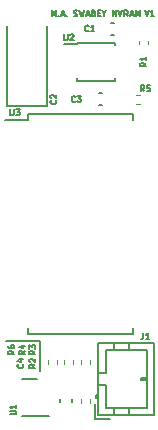
<source format=gbr>
%TF.GenerationSoftware,KiCad,Pcbnew,(6.0.8)*%
%TF.CreationDate,2022-10-28T11:52:04-04:00*%
%TF.ProjectId,HP3457A_NVSRAM_MOD,48503334-3537-4415-9f4e-565352414d5f,rev?*%
%TF.SameCoordinates,Original*%
%TF.FileFunction,Legend,Top*%
%TF.FilePolarity,Positive*%
%FSLAX46Y46*%
G04 Gerber Fmt 4.6, Leading zero omitted, Abs format (unit mm)*
G04 Created by KiCad (PCBNEW (6.0.8)) date 2022-10-28 11:52:04*
%MOMM*%
%LPD*%
G01*
G04 APERTURE LIST*
%ADD10C,0.127000*%
%ADD11C,0.120000*%
G04 APERTURE END LIST*
D10*
X115951000Y-88138000D02*
X115951000Y-85598000D01*
X115951000Y-85598000D02*
X113030000Y-85598000D01*
X116936761Y-58141809D02*
X116936761Y-57633809D01*
X117106095Y-57996666D01*
X117275428Y-57633809D01*
X117275428Y-58141809D01*
X117517333Y-58093428D02*
X117541523Y-58117619D01*
X117517333Y-58141809D01*
X117493142Y-58117619D01*
X117517333Y-58093428D01*
X117517333Y-58141809D01*
X117735047Y-57996666D02*
X117976952Y-57996666D01*
X117686666Y-58141809D02*
X117856000Y-57633809D01*
X118025333Y-58141809D01*
X118194666Y-58093428D02*
X118218857Y-58117619D01*
X118194666Y-58141809D01*
X118170476Y-58117619D01*
X118194666Y-58093428D01*
X118194666Y-58141809D01*
X118799428Y-58117619D02*
X118872000Y-58141809D01*
X118992952Y-58141809D01*
X119041333Y-58117619D01*
X119065523Y-58093428D01*
X119089714Y-58045047D01*
X119089714Y-57996666D01*
X119065523Y-57948285D01*
X119041333Y-57924095D01*
X118992952Y-57899904D01*
X118896190Y-57875714D01*
X118847809Y-57851523D01*
X118823619Y-57827333D01*
X118799428Y-57778952D01*
X118799428Y-57730571D01*
X118823619Y-57682190D01*
X118847809Y-57658000D01*
X118896190Y-57633809D01*
X119017142Y-57633809D01*
X119089714Y-57658000D01*
X119259047Y-57633809D02*
X119380000Y-58141809D01*
X119476761Y-57778952D01*
X119573523Y-58141809D01*
X119694476Y-57633809D01*
X119863809Y-57996666D02*
X120105714Y-57996666D01*
X119815428Y-58141809D02*
X119984761Y-57633809D01*
X120154095Y-58141809D01*
X120492761Y-57875714D02*
X120565333Y-57899904D01*
X120589523Y-57924095D01*
X120613714Y-57972476D01*
X120613714Y-58045047D01*
X120589523Y-58093428D01*
X120565333Y-58117619D01*
X120516952Y-58141809D01*
X120323428Y-58141809D01*
X120323428Y-57633809D01*
X120492761Y-57633809D01*
X120541142Y-57658000D01*
X120565333Y-57682190D01*
X120589523Y-57730571D01*
X120589523Y-57778952D01*
X120565333Y-57827333D01*
X120541142Y-57851523D01*
X120492761Y-57875714D01*
X120323428Y-57875714D01*
X120831428Y-57875714D02*
X121000761Y-57875714D01*
X121073333Y-58141809D02*
X120831428Y-58141809D01*
X120831428Y-57633809D01*
X121073333Y-57633809D01*
X121387809Y-57899904D02*
X121387809Y-58141809D01*
X121218476Y-57633809D02*
X121387809Y-57899904D01*
X121557142Y-57633809D01*
X122113523Y-58141809D02*
X122113523Y-57633809D01*
X122403809Y-58141809D01*
X122403809Y-57633809D01*
X122573142Y-57633809D02*
X122742476Y-58141809D01*
X122911809Y-57633809D01*
X123371428Y-58141809D02*
X123202095Y-57899904D01*
X123081142Y-58141809D02*
X123081142Y-57633809D01*
X123274666Y-57633809D01*
X123323047Y-57658000D01*
X123347238Y-57682190D01*
X123371428Y-57730571D01*
X123371428Y-57803142D01*
X123347238Y-57851523D01*
X123323047Y-57875714D01*
X123274666Y-57899904D01*
X123081142Y-57899904D01*
X123564952Y-57996666D02*
X123806857Y-57996666D01*
X123516571Y-58141809D02*
X123685904Y-57633809D01*
X123855238Y-58141809D01*
X124024571Y-58141809D02*
X124024571Y-57633809D01*
X124193904Y-57996666D01*
X124363238Y-57633809D01*
X124363238Y-58141809D01*
X124810761Y-57633809D02*
X124980095Y-58141809D01*
X125149428Y-57633809D01*
X125584857Y-58141809D02*
X125294571Y-58141809D01*
X125439714Y-58141809D02*
X125439714Y-57633809D01*
X125391333Y-57706380D01*
X125342952Y-57754761D01*
X125294571Y-57778952D01*
%TO.C,U3*%
X113404952Y-66015809D02*
X113404952Y-66427047D01*
X113429142Y-66475428D01*
X113453333Y-66499619D01*
X113501714Y-66523809D01*
X113598476Y-66523809D01*
X113646857Y-66499619D01*
X113671047Y-66475428D01*
X113695238Y-66427047D01*
X113695238Y-66015809D01*
X113888761Y-66015809D02*
X114203238Y-66015809D01*
X114033904Y-66209333D01*
X114106476Y-66209333D01*
X114154857Y-66233523D01*
X114179047Y-66257714D01*
X114203238Y-66306095D01*
X114203238Y-66427047D01*
X114179047Y-66475428D01*
X114154857Y-66499619D01*
X114106476Y-66523809D01*
X113961333Y-66523809D01*
X113912952Y-66499619D01*
X113888761Y-66475428D01*
%TO.C,U2*%
X117976952Y-59665809D02*
X117976952Y-60077047D01*
X118001142Y-60125428D01*
X118025333Y-60149619D01*
X118073714Y-60173809D01*
X118170476Y-60173809D01*
X118218857Y-60149619D01*
X118243047Y-60125428D01*
X118267238Y-60077047D01*
X118267238Y-59665809D01*
X118484952Y-59714190D02*
X118509142Y-59690000D01*
X118557523Y-59665809D01*
X118678476Y-59665809D01*
X118726857Y-59690000D01*
X118751047Y-59714190D01*
X118775238Y-59762571D01*
X118775238Y-59810952D01*
X118751047Y-59883523D01*
X118460761Y-60173809D01*
X118775238Y-60173809D01*
%TO.C,R1*%
X124943809Y-62060666D02*
X124701904Y-62230000D01*
X124943809Y-62350952D02*
X124435809Y-62350952D01*
X124435809Y-62157428D01*
X124460000Y-62109047D01*
X124484190Y-62084857D01*
X124532571Y-62060666D01*
X124605142Y-62060666D01*
X124653523Y-62084857D01*
X124677714Y-62109047D01*
X124701904Y-62157428D01*
X124701904Y-62350952D01*
X124943809Y-61576857D02*
X124943809Y-61867142D01*
X124943809Y-61722000D02*
X124435809Y-61722000D01*
X124508380Y-61770380D01*
X124556761Y-61818761D01*
X124580952Y-61867142D01*
%TO.C,R2*%
X115545809Y-87587666D02*
X115303904Y-87757000D01*
X115545809Y-87877952D02*
X115037809Y-87877952D01*
X115037809Y-87684428D01*
X115062000Y-87636047D01*
X115086190Y-87611857D01*
X115134571Y-87587666D01*
X115207142Y-87587666D01*
X115255523Y-87611857D01*
X115279714Y-87636047D01*
X115303904Y-87684428D01*
X115303904Y-87877952D01*
X115086190Y-87394142D02*
X115062000Y-87369952D01*
X115037809Y-87321571D01*
X115037809Y-87200619D01*
X115062000Y-87152238D01*
X115086190Y-87128047D01*
X115134571Y-87103857D01*
X115182952Y-87103857D01*
X115255523Y-87128047D01*
X115545809Y-87418333D01*
X115545809Y-87103857D01*
%TO.C,J1*%
X124671666Y-84938809D02*
X124671666Y-85301666D01*
X124647476Y-85374238D01*
X124599095Y-85422619D01*
X124526523Y-85446809D01*
X124478142Y-85446809D01*
X125179666Y-85446809D02*
X124889380Y-85446809D01*
X125034523Y-85446809D02*
X125034523Y-84938809D01*
X124986142Y-85011380D01*
X124937761Y-85059761D01*
X124889380Y-85083952D01*
%TO.C,C1*%
X120057333Y-59363428D02*
X120033142Y-59387619D01*
X119960571Y-59411809D01*
X119912190Y-59411809D01*
X119839619Y-59387619D01*
X119791238Y-59339238D01*
X119767047Y-59290857D01*
X119742857Y-59194095D01*
X119742857Y-59121523D01*
X119767047Y-59024761D01*
X119791238Y-58976380D01*
X119839619Y-58928000D01*
X119912190Y-58903809D01*
X119960571Y-58903809D01*
X120033142Y-58928000D01*
X120057333Y-58952190D01*
X120541142Y-59411809D02*
X120250857Y-59411809D01*
X120396000Y-59411809D02*
X120396000Y-58903809D01*
X120347619Y-58976380D01*
X120299238Y-59024761D01*
X120250857Y-59048952D01*
%TO.C,R3*%
X115545809Y-86444666D02*
X115303904Y-86614000D01*
X115545809Y-86734952D02*
X115037809Y-86734952D01*
X115037809Y-86541428D01*
X115062000Y-86493047D01*
X115086190Y-86468857D01*
X115134571Y-86444666D01*
X115207142Y-86444666D01*
X115255523Y-86468857D01*
X115279714Y-86493047D01*
X115303904Y-86541428D01*
X115303904Y-86734952D01*
X115037809Y-86275333D02*
X115037809Y-85960857D01*
X115231333Y-86130190D01*
X115231333Y-86057619D01*
X115255523Y-86009238D01*
X115279714Y-85985047D01*
X115328095Y-85960857D01*
X115449047Y-85960857D01*
X115497428Y-85985047D01*
X115521619Y-86009238D01*
X115545809Y-86057619D01*
X115545809Y-86202761D01*
X115521619Y-86251142D01*
X115497428Y-86275333D01*
%TO.C,U1*%
X113386809Y-91827047D02*
X113798047Y-91827047D01*
X113846428Y-91802857D01*
X113870619Y-91778666D01*
X113894809Y-91730285D01*
X113894809Y-91633523D01*
X113870619Y-91585142D01*
X113846428Y-91560952D01*
X113798047Y-91536761D01*
X113386809Y-91536761D01*
X113894809Y-91028761D02*
X113894809Y-91319047D01*
X113894809Y-91173904D02*
X113386809Y-91173904D01*
X113459380Y-91222285D01*
X113507761Y-91270666D01*
X113531952Y-91319047D01*
%TO.C,R4*%
X114656809Y-86444666D02*
X114414904Y-86614000D01*
X114656809Y-86734952D02*
X114148809Y-86734952D01*
X114148809Y-86541428D01*
X114173000Y-86493047D01*
X114197190Y-86468857D01*
X114245571Y-86444666D01*
X114318142Y-86444666D01*
X114366523Y-86468857D01*
X114390714Y-86493047D01*
X114414904Y-86541428D01*
X114414904Y-86734952D01*
X114318142Y-86009238D02*
X114656809Y-86009238D01*
X114124619Y-86130190D02*
X114487476Y-86251142D01*
X114487476Y-85936666D01*
%TO.C,C2*%
X117275428Y-65235666D02*
X117299619Y-65259857D01*
X117323809Y-65332428D01*
X117323809Y-65380809D01*
X117299619Y-65453380D01*
X117251238Y-65501761D01*
X117202857Y-65525952D01*
X117106095Y-65550142D01*
X117033523Y-65550142D01*
X116936761Y-65525952D01*
X116888380Y-65501761D01*
X116840000Y-65453380D01*
X116815809Y-65380809D01*
X116815809Y-65332428D01*
X116840000Y-65259857D01*
X116864190Y-65235666D01*
X116864190Y-65042142D02*
X116840000Y-65017952D01*
X116815809Y-64969571D01*
X116815809Y-64848619D01*
X116840000Y-64800238D01*
X116864190Y-64776047D01*
X116912571Y-64751857D01*
X116960952Y-64751857D01*
X117033523Y-64776047D01*
X117323809Y-65066333D01*
X117323809Y-64751857D01*
%TO.C,C3*%
X118914333Y-65332428D02*
X118890142Y-65356619D01*
X118817571Y-65380809D01*
X118769190Y-65380809D01*
X118696619Y-65356619D01*
X118648238Y-65308238D01*
X118624047Y-65259857D01*
X118599857Y-65163095D01*
X118599857Y-65090523D01*
X118624047Y-64993761D01*
X118648238Y-64945380D01*
X118696619Y-64897000D01*
X118769190Y-64872809D01*
X118817571Y-64872809D01*
X118890142Y-64897000D01*
X118914333Y-64921190D01*
X119083666Y-64872809D02*
X119398142Y-64872809D01*
X119228809Y-65066333D01*
X119301380Y-65066333D01*
X119349761Y-65090523D01*
X119373952Y-65114714D01*
X119398142Y-65163095D01*
X119398142Y-65284047D01*
X119373952Y-65332428D01*
X119349761Y-65356619D01*
X119301380Y-65380809D01*
X119156238Y-65380809D01*
X119107857Y-65356619D01*
X119083666Y-65332428D01*
%TO.C,R6*%
X113767809Y-86444666D02*
X113525904Y-86614000D01*
X113767809Y-86734952D02*
X113259809Y-86734952D01*
X113259809Y-86541428D01*
X113284000Y-86493047D01*
X113308190Y-86468857D01*
X113356571Y-86444666D01*
X113429142Y-86444666D01*
X113477523Y-86468857D01*
X113501714Y-86493047D01*
X113525904Y-86541428D01*
X113525904Y-86734952D01*
X113259809Y-86009238D02*
X113259809Y-86106000D01*
X113284000Y-86154380D01*
X113308190Y-86178571D01*
X113380761Y-86226952D01*
X113477523Y-86251142D01*
X113671047Y-86251142D01*
X113719428Y-86226952D01*
X113743619Y-86202761D01*
X113767809Y-86154380D01*
X113767809Y-86057619D01*
X113743619Y-86009238D01*
X113719428Y-85985047D01*
X113671047Y-85960857D01*
X113550095Y-85960857D01*
X113501714Y-85985047D01*
X113477523Y-86009238D01*
X113453333Y-86057619D01*
X113453333Y-86154380D01*
X113477523Y-86202761D01*
X113501714Y-86226952D01*
X113550095Y-86251142D01*
%TO.C,C4*%
X114481428Y-87587666D02*
X114505619Y-87611857D01*
X114529809Y-87684428D01*
X114529809Y-87732809D01*
X114505619Y-87805380D01*
X114457238Y-87853761D01*
X114408857Y-87877952D01*
X114312095Y-87902142D01*
X114239523Y-87902142D01*
X114142761Y-87877952D01*
X114094380Y-87853761D01*
X114046000Y-87805380D01*
X114021809Y-87732809D01*
X114021809Y-87684428D01*
X114046000Y-87611857D01*
X114070190Y-87587666D01*
X114191142Y-87152238D02*
X114529809Y-87152238D01*
X113997619Y-87273190D02*
X114360476Y-87394142D01*
X114360476Y-87079666D01*
%TO.C,R5*%
X124756333Y-64491809D02*
X124587000Y-64249904D01*
X124466047Y-64491809D02*
X124466047Y-63983809D01*
X124659571Y-63983809D01*
X124707952Y-64008000D01*
X124732142Y-64032190D01*
X124756333Y-64080571D01*
X124756333Y-64153142D01*
X124732142Y-64201523D01*
X124707952Y-64225714D01*
X124659571Y-64249904D01*
X124466047Y-64249904D01*
X125215952Y-63983809D02*
X124974047Y-63983809D01*
X124949857Y-64225714D01*
X124974047Y-64201523D01*
X125022428Y-64177333D01*
X125143380Y-64177333D01*
X125191761Y-64201523D01*
X125215952Y-64225714D01*
X125240142Y-64274095D01*
X125240142Y-64395047D01*
X125215952Y-64443428D01*
X125191761Y-64467619D01*
X125143380Y-64491809D01*
X125022428Y-64491809D01*
X124974047Y-64467619D01*
X124949857Y-64443428D01*
%TO.C,U3*%
X123833250Y-66387250D02*
X123833250Y-66877000D01*
X114926750Y-66877000D02*
X112930000Y-66877000D01*
X114926750Y-66387250D02*
X114926750Y-66877000D01*
X119380000Y-84996750D02*
X123833250Y-84996750D01*
X119380000Y-66387250D02*
X114926750Y-66387250D01*
X123833250Y-84996750D02*
X123833250Y-84507000D01*
X114926750Y-84996750D02*
X114926750Y-84507000D01*
X119380000Y-84996750D02*
X114926750Y-84996750D01*
X119380000Y-66387250D02*
X123833250Y-66387250D01*
%TO.C,U2*%
X119025000Y-60476000D02*
X117950000Y-60476000D01*
X122275000Y-63601000D02*
X122275000Y-63376000D01*
X122275000Y-60351000D02*
X122275000Y-60576000D01*
X119025000Y-60351000D02*
X119025000Y-60476000D01*
X119025000Y-63601000D02*
X119025000Y-63376000D01*
X119025000Y-63601000D02*
X122275000Y-63601000D01*
X119025000Y-60351000D02*
X122275000Y-60351000D01*
D11*
%TO.C,R1*%
X124334000Y-60182779D02*
X124334000Y-60518021D01*
X125094000Y-60182779D02*
X125094000Y-60518021D01*
%TO.C,R2*%
X119428866Y-90845621D02*
X119428866Y-90510379D01*
X120188866Y-90845621D02*
X120188866Y-90510379D01*
D10*
%TO.C,J1*%
X125592000Y-85805200D02*
X120872000Y-85805200D01*
X124482000Y-88765200D02*
X124982000Y-88765200D01*
X120872000Y-91925200D02*
X125592000Y-91925200D01*
X121482000Y-91315200D02*
X124982000Y-91315200D01*
X124982000Y-86415200D02*
X121482000Y-86415200D01*
X120572000Y-92225200D02*
X121822000Y-92225200D01*
X124982000Y-88965200D02*
X124482000Y-88965200D01*
X120872000Y-85805200D02*
X120872000Y-91925200D01*
X121482000Y-86415200D02*
X121482000Y-88365200D01*
X121482000Y-89365200D02*
X121482000Y-91315200D01*
X123482000Y-85805200D02*
X123482000Y-86415200D01*
X122182000Y-85805200D02*
X122182000Y-86415200D01*
X120872000Y-89365200D02*
X121482000Y-89365200D01*
X121482000Y-88365200D02*
X120872000Y-88365200D01*
X120572000Y-90975200D02*
X120572000Y-92225200D01*
X120772000Y-90165200D02*
X120772000Y-90465200D01*
X125592000Y-91925200D02*
X125592000Y-85805200D01*
X120672000Y-90465200D02*
X120872000Y-90465200D01*
X120872000Y-90165200D02*
X120672000Y-90165200D01*
X122182000Y-91925200D02*
X122182000Y-91315200D01*
X124982000Y-88865200D02*
X124482000Y-88865200D01*
X120672000Y-90165200D02*
X120672000Y-90465200D01*
X123482000Y-91925200D02*
X123482000Y-91315200D01*
X124482000Y-88965200D02*
X124482000Y-88765200D01*
X124982000Y-91315200D02*
X124982000Y-86415200D01*
%TO.C,C1*%
X122187580Y-58672000D02*
X121906420Y-58672000D01*
X122187580Y-59692000D02*
X121906420Y-59692000D01*
D11*
%TO.C,R3*%
X120188866Y-87543621D02*
X120188866Y-87208379D01*
X119428866Y-87543621D02*
X119428866Y-87208379D01*
D10*
%TO.C,U1*%
X115062000Y-91984000D02*
X116737000Y-91984000D01*
X115062000Y-88864000D02*
X114412000Y-88864000D01*
X115062000Y-88864000D02*
X115712000Y-88864000D01*
X115062000Y-91984000D02*
X114412000Y-91984000D01*
D11*
%TO.C,R4*%
X117984000Y-87543621D02*
X117984000Y-87208379D01*
X118744000Y-87543621D02*
X118744000Y-87208379D01*
D10*
%TO.C,C2*%
X116518000Y-65736000D02*
X116518000Y-58976000D01*
X113098000Y-65736000D02*
X116518000Y-65736000D01*
X113098000Y-58976000D02*
X113098000Y-65736000D01*
%TO.C,C3*%
X121171580Y-65661000D02*
X120890420Y-65661000D01*
X121171580Y-64641000D02*
X120890420Y-64641000D01*
D11*
%TO.C,R6*%
X117347000Y-87543621D02*
X117347000Y-87208379D01*
X116587000Y-87543621D02*
X116587000Y-87208379D01*
D10*
%TO.C,C4*%
X118620000Y-90818580D02*
X118620000Y-90537420D01*
X117600000Y-90818580D02*
X117600000Y-90537420D01*
D11*
%TO.C,R5*%
X124038379Y-64771000D02*
X124373621Y-64771000D01*
X124038379Y-65531000D02*
X124373621Y-65531000D01*
%TD*%
M02*

</source>
